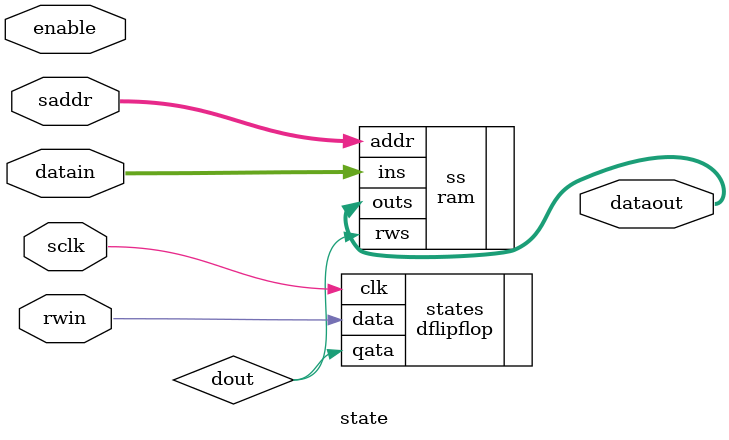
<source format=v>
module state(rwin, sclk, enable, datain, saddr, dataout);
  input sclk, enable, rwin;
  input [0:7]datain;
  input [2:0]saddr;
  output [7:0]dataout;
  wire ddata, dout, sout;

  dflipflop states(.qata(dout), .clk(sclk), .data(rwin));
  or dd(sout, dout, ~enable);
  and fsm(ddata, sout, enable);
  ram ss(.outs(dataout), .ins(datain), .rws(dout), .addr(saddr));

endmodule

</source>
